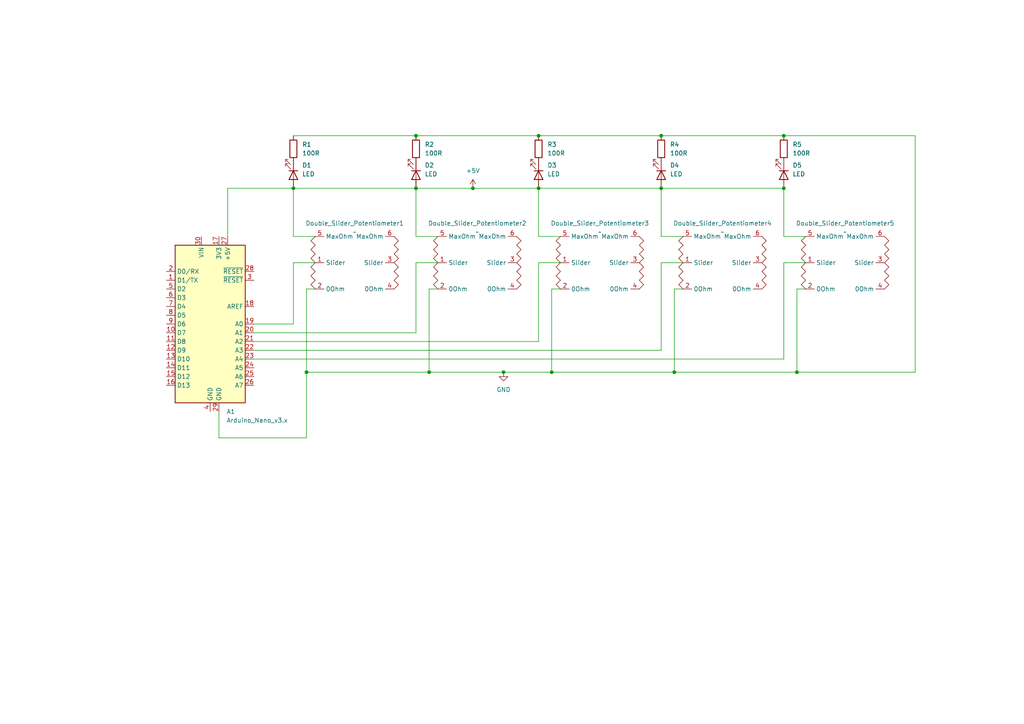
<source format=kicad_sch>
(kicad_sch (version 20231120) (generator "eeschema") (generator_version "8.0")
  (paper "A4")
  (lib_symbols
    (symbol "Device:LED" (pin_numbers hide) (pin_names (offset 1.016) hide)
      (property "Reference" "D" (at 0 2.54 0))
      (property "Value" "LED" (at 0 -2.54 0))
      (symbol "LED_0_1"
        (polyline (pts (xy -1.27 -1.27) (xy -1.27 1.27)) (stroke (width 0.254)))
        (polyline (pts (xy -1.27 0) (xy 1.27 0)))
        (polyline (pts (xy 1.27 -1.27) (xy 1.27 1.27) (xy -1.27 0) (xy 1.27 -1.27)) (stroke (width 0.254)))
        (polyline (pts (xy -3.048 -0.762) (xy -4.572 -2.286) (xy -3.81 -2.286) (xy -4.572 -2.286) (xy -4.572 -1.524)))
        (polyline (pts (xy -1.778 -0.762) (xy -3.302 -2.286) (xy -2.54 -2.286) (xy -3.302 -2.286) (xy -3.302 -1.524)))
      )
      (symbol "LED_1_1"
        (pin passive line (at -3.81 0 0) (length 2.54) (name "K") (number "1"))
        (pin passive line (at 3.81 0 180) (length 2.54) (name "A") (number "2"))
      )
    )
    (symbol "Device:R" (pin_numbers hide) (pin_names (offset 0))
      (property "Reference" "R" (at 2.032 0 90))
      (property "Value" "R" (at 0 0 90))
      (symbol "R_0_1"
        (rectangle (start -1.016 -2.54) (end 1.016 2.54) (stroke (width 0.254)))
      )
      (symbol "R_1_1"
        (pin passive line (at 0 3.81 270) (length 1.27) (name "~") (number "1"))
        (pin passive line (at 0 -3.81 90) (length 1.27) (name "~") (number "2"))
      )
    )
    (symbol "MCU_Module:Arduino_Nano_v3.x"
      (property "Reference" "A" (at -10.16 23.495 0))
      (property "Value" "Arduino_Nano_v3.x" (at 5.08 -24.13 0))
      (symbol "Arduino_Nano_v3.x_0_1"
        (rectangle (start -10.16 22.86) (end 10.16 -22.86) (stroke (width 0.254)) (fill (type background)))
      )
      (symbol "Arduino_Nano_v3.x_1_1"
        (pin bidirectional line (at -12.7 12.7 0) (length 2.54) (name "D1/TX") (number "1"))
        (pin bidirectional line (at -12.7 -2.54 0) (length 2.54) (name "D7") (number "10"))
        (pin bidirectional line (at -12.7 -5.08 0) (length 2.54) (name "D8") (number "11"))
        (pin bidirectional line (at -12.7 -7.62 0) (length 2.54) (name "D9") (number "12"))
        (pin bidirectional line (at -12.7 -10.16 0) (length 2.54) (name "D10") (number "13"))
        (pin bidirectional line (at -12.7 -12.7 0) (length 2.54) (name "D11") (number "14"))
        (pin bidirectional line (at -12.7 -15.24 0) (length 2.54) (name "D12") (number "15"))
        (pin bidirectional line (at -12.7 -17.78 0) (length 2.54) (name "D13") (number "16"))
        (pin power_out line (at 2.54 25.4 270) (length 2.54) (name "3V3") (number "17"))
        (pin input line (at 12.7 5.08 180) (length 2.54) (name "AREF") (number "18"))
        (pin bidirectional line (at 12.7 0 180) (length 2.54) (name "A0") (number "19"))
        (pin bidirectional line (at -12.7 15.24 0) (length 2.54) (name "D0/RX") (number "2"))
        (pin bidirectional line (at 12.7 -2.54 180) (length 2.54) (name "A1") (number "20"))
        (pin bidirectional line (at 12.7 -5.08 180) (length 2.54) (name "A2") (number "21"))
        (pin bidirectional line (at 12.7 -7.62 180) (length 2.54) (name "A3") (number "22"))
        (pin bidirectional line (at 12.7 -10.16 180) (length 2.54) (name "A4") (number "23"))
        (pin bidirectional line (at 12.7 -12.7 180) (length 2.54) (name "A5") (number "24"))
        (pin bidirectional line (at 12.7 -15.24 180) (length 2.54) (name "A6") (number "25"))
        (pin bidirectional line (at 12.7 -17.78 180) (length 2.54) (name "A7") (number "26"))
        (pin power_out line (at 5.08 25.4 270) (length 2.54) (name "+5V") (number "27"))
        (pin input line (at 12.7 15.24 180) (length 2.54) (name "~{RESET}") (number "28"))
        (pin power_in line (at 2.54 -25.4 90) (length 2.54) (name "GND") (number "29"))
        (pin input line (at 12.7 12.7 180) (length 2.54) (name "~{RESET}") (number "3"))
        (pin power_in line (at -2.54 25.4 270) (length 2.54) (name "VIN") (number "30"))
        (pin power_in line (at 0 -25.4 90) (length 2.54) (name "GND") (number "4"))
        (pin bidirectional line (at -12.7 10.16 0) (length 2.54) (name "D2") (number "5"))
        (pin bidirectional line (at -12.7 7.62 0) (length 2.54) (name "D3") (number "6"))
        (pin bidirectional line (at -12.7 5.08 0) (length 2.54) (name "D4") (number "7"))
        (pin bidirectional line (at -12.7 2.54 0) (length 2.54) (name "D5") (number "8"))
        (pin bidirectional line (at -12.7 0 0) (length 2.54) (name "D6") (number "9"))
      )
    )
    (symbol "Niks_Symbols:B103_Sliding_Potentiometer"
      (property "Reference" "Double_Slider_Potentiometer" (at 12.7 3.048 90))
      (symbol "B103_Sliding_Potentiometer_0_1"
        (polyline (pts (xy 1.27 6.35) (xy 0 7.62) (xy 1.27 8.89) (xy 0 10.16) (xy 1.27 11.43) (xy 0 12.7) (xy 1.27 13.97)))
        (polyline (pts (xy 1.27 13.97) (xy 0 15.24) (xy 1.27 16.51) (xy 0 17.78) (xy 1.27 19.05) (xy 0 20.32) (xy 1.27 21.59)))
        (polyline (pts (xy 24.13 6.35) (xy 25.4 7.62) (xy 24.13 8.89) (xy 25.4 10.16) (xy 24.13 11.43) (xy 25.4 12.7) (xy 24.13 13.97)))
        (polyline (pts (xy 24.13 13.97) (xy 25.4 15.24) (xy 24.13 16.51) (xy 25.4 17.78) (xy 24.13 19.05) (xy 25.4 20.32) (xy 24.13 21.59)))
      )
      (symbol "B103_Sliding_Potentiometer_1_1"
        (pin bidirectional line (at 1.27 13.97 0) (length 2.54) (name "Slider") (number "1"))
        (pin bidirectional line (at 1.27 6.35 0) (length 2.54) (name "0Ohm") (number "2"))
        (pin bidirectional line (at 24.13 13.97 180) (length 2.54) (name "Slider") (number "3"))
        (pin bidirectional line (at 24.13 6.35 180) (length 2.54) (name "0Ohm") (number "4"))
        (pin bidirectional line (at 1.27 21.59 0) (length 2.54) (name "MaxOhm") (number "5"))
        (pin bidirectional line (at 24.13 21.59 180) (length 2.54) (name "MaxOhm") (number "6"))
      )
    )
    (symbol "power:+5V" (power) (pin_numbers hide) (pin_names (offset 0) hide)
      (property "Value" "+5V" (at 0 3.556 0))
      (symbol "+5V_0_1"
        (polyline (pts (xy -0.762 1.27) (xy 0 2.54)))
        (polyline (pts (xy 0 0) (xy 0 2.54)))
        (polyline (pts (xy 0 2.54) (xy 0.762 1.27)))
      )
      (symbol "+5V_1_1"
        (pin power_in line (at 0 0 90) (length 0) (name "~") (number "1"))
      )
    )
    (symbol "power:GND" (power) (pin_numbers hide) (pin_names (offset 0) hide)
      (property "Value" "GND" (at 0 -3.81 0))
      (symbol "GND_0_1"
        (polyline (pts (xy 0 0) (xy 0 -1.27) (xy 1.27 -1.27) (xy 0 -2.54) (xy -1.27 -1.27) (xy 0 -1.27)))
      )
      (symbol "GND_1_1"
        (pin power_in line (at 0 0 270) (length 0) (name "~") (number "1"))
      )
    )
  )
  (junction (at 227.33 39.37))
  (junction (at 124.46 107.95))
  (junction (at 137.16 54.61))
  (junction (at 156.21 39.37))
  (junction (at 231.14 107.95))
  (junction (at 146.05 107.95))
  (junction (at 191.77 54.61))
  (junction (at 227.33 54.61))
  (junction (at 85.09 54.61))
  (junction (at 88.9 107.95))
  (junction (at 156.21 54.61))
  (junction (at 120.65 39.37))
  (junction (at 120.65 54.61))
  (junction (at 195.58 107.95))
  (junction (at 160.02 107.95))
  (junction (at 191.77 39.37))
  (wire (pts (xy 73.66 93.98) (xy 85.09 93.98)))
  (wire (pts (xy 233.68 68.58) (xy 227.33 68.58)))
  (wire (pts (xy 162.56 68.58) (xy 156.21 68.58)))
  (wire (pts (xy 85.09 76.2) (xy 91.44 76.2)))
  (wire (pts (xy 160.02 83.82) (xy 160.02 107.95)))
  (wire (pts (xy 156.21 39.37) (xy 191.77 39.37)))
  (wire (pts (xy 195.58 107.95) (xy 231.14 107.95)))
  (wire (pts (xy 73.66 99.06) (xy 156.21 99.06)))
  (wire (pts (xy 120.65 96.52) (xy 120.65 76.2)))
  (wire (pts (xy 88.9 83.82) (xy 88.9 107.95)))
  (wire (pts (xy 227.33 68.58) (xy 227.33 54.61)))
  (wire (pts (xy 265.43 39.37) (xy 227.33 39.37)))
  (wire (pts (xy 91.44 68.58) (xy 85.09 68.58)))
  (wire (pts (xy 191.77 54.61) (xy 156.21 54.61)))
  (wire (pts (xy 85.09 68.58) (xy 85.09 54.61)))
  (wire (pts (xy 198.12 83.82) (xy 195.58 83.82)))
  (wire (pts (xy 191.77 39.37) (xy 227.33 39.37)))
  (wire (pts (xy 124.46 107.95) (xy 146.05 107.95)))
  (wire (pts (xy 120.65 54.61) (xy 85.09 54.61)))
  (wire (pts (xy 124.46 83.82) (xy 124.46 107.95)))
  (wire (pts (xy 227.33 104.14) (xy 227.33 76.2)))
  (wire (pts (xy 73.66 101.6) (xy 191.77 101.6)))
  (wire (pts (xy 156.21 68.58) (xy 156.21 54.61)))
  (wire (pts (xy 227.33 76.2) (xy 233.68 76.2)))
  (wire (pts (xy 88.9 107.95) (xy 124.46 107.95)))
  (wire (pts (xy 231.14 107.95) (xy 265.43 107.95)))
  (wire (pts (xy 73.66 104.14) (xy 227.33 104.14)))
  (wire (pts (xy 191.77 101.6) (xy 191.77 76.2)))
  (wire (pts (xy 146.05 107.95) (xy 160.02 107.95)))
  (wire (pts (xy 137.16 54.61) (xy 120.65 54.61)))
  (wire (pts (xy 63.5 119.38) (xy 63.5 127)))
  (wire (pts (xy 265.43 107.95) (xy 265.43 39.37)))
  (wire (pts (xy 231.14 107.95) (xy 231.14 83.82)))
  (wire (pts (xy 85.09 39.37) (xy 120.65 39.37)))
  (wire (pts (xy 120.65 39.37) (xy 156.21 39.37)))
  (wire (pts (xy 63.5 127) (xy 88.9 127)))
  (wire (pts (xy 160.02 107.95) (xy 195.58 107.95)))
  (wire (pts (xy 195.58 83.82) (xy 195.58 107.95)))
  (wire (pts (xy 191.77 68.58) (xy 191.77 54.61)))
  (wire (pts (xy 120.65 76.2) (xy 127 76.2)))
  (wire (pts (xy 156.21 76.2) (xy 162.56 76.2)))
  (wire (pts (xy 198.12 68.58) (xy 191.77 68.58)))
  (wire (pts (xy 191.77 76.2) (xy 198.12 76.2)))
  (wire (pts (xy 156.21 99.06) (xy 156.21 76.2)))
  (wire (pts (xy 85.09 93.98) (xy 85.09 76.2)))
  (wire (pts (xy 127 83.82) (xy 124.46 83.82)))
  (wire (pts (xy 120.65 68.58) (xy 120.65 54.61)))
  (wire (pts (xy 91.44 83.82) (xy 88.9 83.82)))
  (wire (pts (xy 66.04 54.61) (xy 66.04 68.58)))
  (wire (pts (xy 85.09 54.61) (xy 66.04 54.61)))
  (wire (pts (xy 88.9 127) (xy 88.9 107.95)))
  (wire (pts (xy 231.14 83.82) (xy 233.68 83.82)))
  (wire (pts (xy 156.21 54.61) (xy 137.16 54.61)))
  (wire (pts (xy 127 68.58) (xy 120.65 68.58)))
  (wire (pts (xy 227.33 54.61) (xy 191.77 54.61)))
  (wire (pts (xy 73.66 96.52) (xy 120.65 96.52)))
  (wire (pts (xy 162.56 83.82) (xy 160.02 83.82)))
  (symbol (lib_id "power:+5V") (at 137.16 54.61 0) (unit 1)
    (property "Reference" "#PWR01" (effects (hide yes)))
    (property "Value" "+5V" (at 137.16 49.53 0))
    (property "Description" "Power symbol creates a global label with name \"+5V\"" (effects (hide yes)))
  )
  (symbol (lib_id "Device:R") (at 227.33 43.18 0) (unit 1)
    (property "Reference" "R5" (at 229.87 41.9099 0) (effects (justify left)))
    (property "Value" "100R" (at 229.87 44.4499 0) (effects (justify left)))
    (property "Footprint" "Resistor_SMD:R_0805_2012Metric_Pad1.20x1.40mm_HandSolder" (effects (hide yes)))
    (property "Description" "Resistor" (effects (hide yes)))
  )
  (symbol (lib_id "Niks_Symbols:B103_Sliding_Potentiometer") (at 125.73 90.17 0) (unit 1)
    (property "Reference" "Double_Slider_Potentiometer2" (at 138.43 64.77 0))
    (property "Value" "~" (at 138.43 67.31 0))
    (property "Footprint" "Niks_Footprints:Potentiometer B103 Slider 75x9.1mm" (effects (hide yes)))
  )
  (symbol (lib_id "Niks_Symbols:B103_Sliding_Potentiometer") (at 161.29 90.17 0) (unit 1)
    (property "Reference" "Double_Slider_Potentiometer3" (at 173.99 64.77 0))
    (property "Value" "~" (at 173.99 67.31 0))
    (property "Footprint" "Niks_Footprints:Potentiometer B103 Slider 75x9.1mm" (effects (hide yes)))
  )
  (symbol (lib_id "Niks_Symbols:B103_Sliding_Potentiometer") (at 196.85 90.17 0) (unit 1)
    (property "Reference" "Double_Slider_Potentiometer4" (at 209.55 64.77 0))
    (property "Value" "~" (at 209.55 67.31 0))
    (property "Footprint" "Niks_Footprints:Potentiometer B103 Slider 75x9.1mm" (effects (hide yes)))
  )
  (symbol (lib_id "power:GND") (at 146.05 107.95 0) (unit 1)
    (property "Reference" "#PWR02" (effects (hide yes)))
    (property "Value" "GND" (at 146.05 113.03 0))
    (property "Description" "Power symbol creates a global label with name \"GND\" , ground" (effects (hide yes)))
  )
  (symbol (lib_id "Device:LED") (at 120.65 50.8 270) (unit 1)
    (property "Reference" "D2" (at 123.19 47.9424 90) (effects (justify left)))
    (property "Value" "LED" (at 123.19 50.4824 90) (effects (justify left)))
    (property "Footprint" "LED_SMD:LED_0805_2012Metric_Pad1.15x1.40mm_HandSolder" (effects (hide yes)))
    (property "Description" "Light emitting diode" (effects (hide yes)))
  )
  (symbol (lib_id "Device:R") (at 85.09 43.18 0) (unit 1)
    (property "Reference" "R1" (at 87.63 41.9099 0) (effects (justify left)))
    (property "Value" "100R" (at 87.63 44.4499 0) (effects (justify left)))
    (property "Footprint" "Resistor_SMD:R_0805_2012Metric_Pad1.20x1.40mm_HandSolder" (effects (hide yes)))
    (property "Description" "Resistor" (effects (hide yes)))
  )
  (symbol (lib_id "Device:LED") (at 85.09 50.8 270) (unit 1)
    (property "Reference" "D1" (at 87.63 47.9424 90) (effects (justify left)))
    (property "Value" "LED" (at 87.63 50.4824 90) (effects (justify left)))
    (property "Footprint" "LED_SMD:LED_0805_2012Metric_Pad1.15x1.40mm_HandSolder" (effects (hide yes)))
    (property "Description" "Light emitting diode" (effects (hide yes)))
  )
  (symbol (lib_id "Niks_Symbols:B103_Sliding_Potentiometer") (at 232.41 90.17 0) (unit 1)
    (property "Reference" "Double_Slider_Potentiometer5" (at 245.11 64.77 0))
    (property "Value" "~" (at 245.11 67.31 0))
    (property "Footprint" "Niks_Footprints:Potentiometer B103 Slider 75x9.1mm" (effects (hide yes)))
  )
  (symbol (lib_id "Device:R") (at 156.21 43.18 0) (unit 1)
    (property "Reference" "R3" (at 158.75 41.9099 0) (effects (justify left)))
    (property "Value" "100R" (at 158.75 44.4499 0) (effects (justify left)))
    (property "Footprint" "Resistor_SMD:R_0805_2012Metric_Pad1.20x1.40mm_HandSolder" (effects (hide yes)))
    (property "Description" "Resistor" (effects (hide yes)))
  )
  (symbol (lib_id "Device:LED") (at 156.21 50.8 270) (unit 1)
    (property "Reference" "D3" (at 158.75 47.9424 90) (effects (justify left)))
    (property "Value" "LED" (at 158.75 50.4824 90) (effects (justify left)))
    (property "Footprint" "LED_SMD:LED_0805_2012Metric_Pad1.15x1.40mm_HandSolder" (effects (hide yes)))
    (property "Description" "Light emitting diode" (effects (hide yes)))
  )
  (symbol (lib_id "MCU_Module:Arduino_Nano_v3.x") (at 60.96 93.98 0) (unit 1)
    (property "Reference" "A1" (at 65.6941 119.38 0) (effects (justify left)))
    (property "Value" "Arduino_Nano_v3.x" (at 65.6941 121.92 0) (effects (justify left)))
    (property "Footprint" "Module:Arduino_Nano" (effects (hide yes)))
    (property "Datasheet" "http://www.mouser.com/pdfdocs/Gravitech_Arduino_Nano3_0.pdf" (effects (hide yes)))
    (property "Description" "Arduino Nano v3.x" (effects (hide yes)))
  )
  (symbol (lib_id "Device:R") (at 191.77 43.18 0) (unit 1)
    (property "Reference" "R4" (at 194.31 41.9099 0) (effects (justify left)))
    (property "Value" "100R" (at 194.31 44.4499 0) (effects (justify left)))
    (property "Footprint" "Resistor_SMD:R_0805_2012Metric_Pad1.20x1.40mm_HandSolder" (effects (hide yes)))
    (property "Description" "Resistor" (effects (hide yes)))
  )
  (symbol (lib_id "Device:LED") (at 191.77 50.8 270) (unit 1)
    (property "Reference" "D4" (at 194.31 47.9424 90) (effects (justify left)))
    (property "Value" "LED" (at 194.31 50.4824 90) (effects (justify left)))
    (property "Footprint" "LED_SMD:LED_0805_2012Metric_Pad1.15x1.40mm_HandSolder" (effects (hide yes)))
    (property "Description" "Light emitting diode" (effects (hide yes)))
  )
  (symbol (lib_id "Device:R") (at 120.65 43.18 0) (unit 1)
    (property "Reference" "R2" (at 123.19 41.9099 0) (effects (justify left)))
    (property "Value" "100R" (at 123.19 44.4499 0) (effects (justify left)))
    (property "Footprint" "Resistor_SMD:R_0805_2012Metric_Pad1.20x1.40mm_HandSolder" (effects (hide yes)))
    (property "Description" "Resistor" (effects (hide yes)))
  )
  (symbol (lib_id "Niks_Symbols:B103_Sliding_Potentiometer") (at 90.17 90.17 0) (unit 1)
    (property "Reference" "Double_Slider_Potentiometer1" (at 102.87 64.77 0))
    (property "Value" "~" (at 102.87 67.31 0))
    (property "Footprint" "Niks_Footprints:Potentiometer B103 Slider 75x9.1mm" (effects (hide yes)))
  )
  (symbol (lib_id "Device:LED") (at 227.33 50.8 270) (unit 1)
    (property "Reference" "D5" (at 229.87 47.9424 90) (effects (justify left)))
    (property "Value" "LED" (at 229.87 50.4824 90) (effects (justify left)))
    (property "Footprint" "LED_SMD:LED_0805_2012Metric_Pad1.15x1.40mm_HandSolder" (effects (hide yes)))
    (property "Description" "Light emitting diode" (effects (hide yes)))
  )
)
</source>
